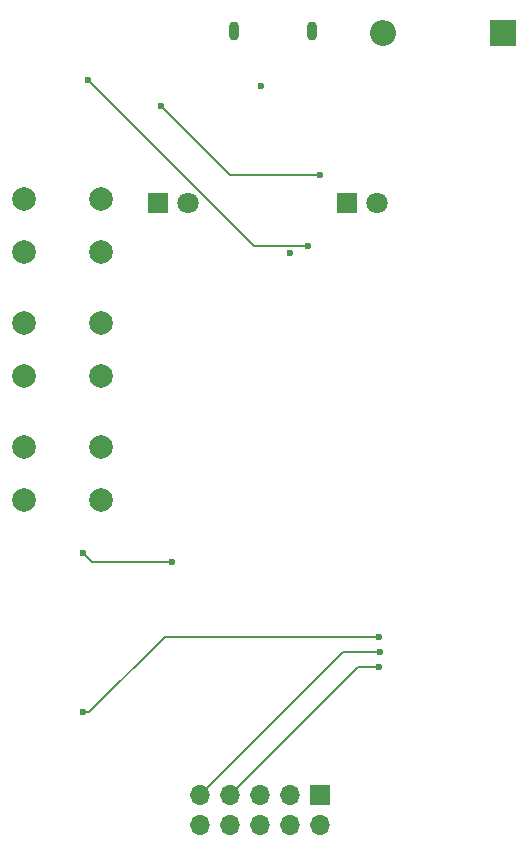
<source format=gbr>
%TF.GenerationSoftware,KiCad,Pcbnew,9.0.0*%
%TF.CreationDate,2025-03-28T11:35:54-04:00*%
%TF.ProjectId,Compute Node,436f6d70-7574-4652-904e-6f64652e6b69,rev?*%
%TF.SameCoordinates,Original*%
%TF.FileFunction,Copper,L4,Bot*%
%TF.FilePolarity,Positive*%
%FSLAX46Y46*%
G04 Gerber Fmt 4.6, Leading zero omitted, Abs format (unit mm)*
G04 Created by KiCad (PCBNEW 9.0.0) date 2025-03-28 11:35:54*
%MOMM*%
%LPD*%
G01*
G04 APERTURE LIST*
%TA.AperFunction,ComponentPad*%
%ADD10R,1.700000X1.700000*%
%TD*%
%TA.AperFunction,ComponentPad*%
%ADD11O,1.700000X1.700000*%
%TD*%
%TA.AperFunction,ComponentPad*%
%ADD12C,2.000000*%
%TD*%
%TA.AperFunction,HeatsinkPad*%
%ADD13O,0.900000X1.600000*%
%TD*%
%TA.AperFunction,ComponentPad*%
%ADD14R,2.200000X2.200000*%
%TD*%
%TA.AperFunction,ComponentPad*%
%ADD15O,2.200000X2.200000*%
%TD*%
%TA.AperFunction,ComponentPad*%
%ADD16R,1.800000X1.800000*%
%TD*%
%TA.AperFunction,ComponentPad*%
%ADD17C,1.800000*%
%TD*%
%TA.AperFunction,ViaPad*%
%ADD18C,0.600000*%
%TD*%
%TA.AperFunction,Conductor*%
%ADD19C,0.200000*%
%TD*%
G04 APERTURE END LIST*
D10*
%TO.P,J3,1,Pin_1*%
%TO.N,MOSI*%
X63540000Y-81960000D03*
D11*
%TO.P,J3,2,Pin_2*%
%TO.N,EXT_5V*%
X63540000Y-84500000D03*
%TO.P,J3,3,Pin_3*%
%TO.N,MISO*%
X61000000Y-81960000D03*
%TO.P,J3,4,Pin_4*%
%TO.N,EXT_5V*%
X61000000Y-84500000D03*
%TO.P,J3,5,Pin_5*%
%TO.N,SCLK*%
X58460000Y-81960000D03*
%TO.P,J3,6,Pin_6*%
%TO.N,GND*%
X58460000Y-84500000D03*
%TO.P,J3,7,Pin_7*%
%TO.N,CS*%
X55920000Y-81960000D03*
%TO.P,J3,8,Pin_8*%
%TO.N,GND*%
X55920000Y-84500000D03*
%TO.P,J3,9,Pin_9*%
%TO.N,ACK*%
X53380000Y-81960000D03*
%TO.P,J3,10,Pin_10*%
%TO.N,GND*%
X53380000Y-84500000D03*
%TD*%
D12*
%TO.P,SW2,1,1*%
%TO.N,GND*%
X38500000Y-42000000D03*
X45000000Y-42000000D03*
%TO.P,SW2,2,2*%
%TO.N,IO0*%
X38500000Y-46500000D03*
X45000000Y-46500000D03*
%TD*%
D13*
%TO.P,J2,6,Shield*%
%TO.N,GND*%
X62850000Y-17350000D03*
X56250000Y-17350000D03*
%TD*%
D12*
%TO.P,SW1,1,1*%
%TO.N,GND*%
X38500000Y-31500000D03*
X45000000Y-31500000D03*
%TO.P,SW1,2,2*%
%TO.N,EN*%
X38500000Y-36000000D03*
X45000000Y-36000000D03*
%TD*%
D14*
%TO.P,D2,1,K*%
%TO.N,EXT_5V*%
X79000000Y-17500000D03*
D15*
%TO.P,D2,2,A*%
%TO.N,VBUS*%
X68840000Y-17500000D03*
%TD*%
D12*
%TO.P,SW3,1,1*%
%TO.N,GND*%
X38500000Y-52500000D03*
X45000000Y-52500000D03*
%TO.P,SW3,2,2*%
%TO.N,Net-(U1-32K_XN{slash}GPIO33{slash}ADC1_CH5)*%
X38500000Y-57000000D03*
X45000000Y-57000000D03*
%TD*%
D16*
%TO.P,D3,1,K*%
%TO.N,GND*%
X49810000Y-31850000D03*
D17*
%TO.P,D3,2,A*%
%TO.N,Net-(D3-A)*%
X52350000Y-31850000D03*
%TD*%
D16*
%TO.P,D1,1,K*%
%TO.N,GND*%
X65810000Y-31850000D03*
D17*
%TO.P,D1,2,A*%
%TO.N,Net-(D1-A)*%
X68350000Y-31850000D03*
%TD*%
D18*
%TO.N,ACK*%
X68600000Y-69900000D03*
%TO.N,GND*%
X61000000Y-36100000D03*
X58500000Y-22000000D03*
%TO.N,IO0*%
X68500000Y-68615000D03*
X43500000Y-75000000D03*
%TO.N,Net-(U1-32K_XN{slash}GPIO33{slash}ADC1_CH5)*%
X51000000Y-62265000D03*
X43500000Y-61500000D03*
%TO.N,CS*%
X68500000Y-71155000D03*
%TO.N,RTS*%
X43900000Y-21500000D03*
X62500000Y-35500000D03*
%TO.N,DTR*%
X50050000Y-23625000D03*
X63500000Y-29500000D03*
%TD*%
D19*
%TO.N,ACK*%
X68600000Y-69900000D02*
X65440000Y-69900000D01*
X65440000Y-69900000D02*
X53380000Y-81960000D01*
%TO.N,IO0*%
X50385000Y-68615000D02*
X68500000Y-68615000D01*
X43500000Y-75000000D02*
X44000000Y-75000000D01*
X44000000Y-75000000D02*
X50385000Y-68615000D01*
%TO.N,Net-(U1-32K_XN{slash}GPIO33{slash}ADC1_CH5)*%
X44265000Y-62265000D02*
X43500000Y-61500000D01*
X51000000Y-62265000D02*
X44265000Y-62265000D01*
%TO.N,CS*%
X66725000Y-71155000D02*
X55920000Y-81960000D01*
X68500000Y-71155000D02*
X66725000Y-71155000D01*
%TO.N,RTS*%
X62500000Y-35500000D02*
X57900000Y-35500000D01*
X57900000Y-35500000D02*
X43900000Y-21500000D01*
%TO.N,DTR*%
X55925000Y-29500000D02*
X63500000Y-29500000D01*
X50050000Y-23625000D02*
X55925000Y-29500000D01*
%TD*%
M02*

</source>
